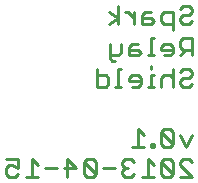
<source format=gbo>
G75*
G70*
%OFA0B0*%
%FSLAX24Y24*%
%IPPOS*%
%LPD*%
%AMOC8*
5,1,8,0,0,1.08239X$1,22.5*
%
%ADD10C,0.0110*%
D10*
X024350Y002413D02*
X024449Y002315D01*
X024646Y002315D01*
X024744Y002413D01*
X024744Y002610D02*
X024547Y002709D01*
X024449Y002709D01*
X024350Y002610D01*
X024350Y002413D01*
X024744Y002610D02*
X024744Y002906D01*
X024350Y002906D01*
X024995Y002315D02*
X025389Y002315D01*
X025192Y002315D02*
X025192Y002906D01*
X025389Y002709D01*
X025639Y002610D02*
X026033Y002610D01*
X026284Y002610D02*
X026678Y002610D01*
X026382Y002906D01*
X026382Y002315D01*
X026929Y002413D02*
X026929Y002807D01*
X027322Y002413D01*
X027224Y002315D01*
X027027Y002315D01*
X026929Y002413D01*
X027322Y002413D02*
X027322Y002807D01*
X027224Y002906D01*
X027027Y002906D01*
X026929Y002807D01*
X027573Y002610D02*
X027967Y002610D01*
X028218Y002512D02*
X028218Y002413D01*
X028316Y002315D01*
X028513Y002315D01*
X028611Y002413D01*
X028862Y002315D02*
X029256Y002315D01*
X029059Y002315D02*
X029059Y002906D01*
X029256Y002709D01*
X029507Y002807D02*
X029507Y002413D01*
X029605Y002315D01*
X029802Y002315D01*
X029900Y002413D01*
X029507Y002807D01*
X029605Y002906D01*
X029802Y002906D01*
X029900Y002807D01*
X029900Y002413D01*
X030151Y002315D02*
X030545Y002315D01*
X030151Y002709D01*
X030151Y002807D01*
X030250Y002906D01*
X030447Y002906D01*
X030545Y002807D01*
X030348Y003315D02*
X030151Y003709D01*
X029900Y003807D02*
X029900Y003413D01*
X029507Y003807D01*
X029507Y003413D01*
X029605Y003315D01*
X029802Y003315D01*
X029900Y003413D01*
X029900Y003807D02*
X029802Y003906D01*
X029605Y003906D01*
X029507Y003807D01*
X029256Y003413D02*
X029157Y003413D01*
X029157Y003315D01*
X029256Y003315D01*
X029256Y003413D01*
X028934Y003315D02*
X028540Y003315D01*
X028737Y003315D02*
X028737Y003906D01*
X028934Y003709D01*
X028513Y002906D02*
X028316Y002906D01*
X028218Y002807D01*
X028218Y002709D01*
X028316Y002610D01*
X028218Y002512D01*
X028316Y002610D02*
X028415Y002610D01*
X028611Y002807D02*
X028513Y002906D01*
X030348Y003315D02*
X030545Y003709D01*
X030447Y005315D02*
X030250Y005315D01*
X030151Y005413D01*
X030151Y005512D01*
X030250Y005610D01*
X030447Y005610D01*
X030545Y005709D01*
X030545Y005807D01*
X030447Y005906D01*
X030250Y005906D01*
X030151Y005807D01*
X029900Y005906D02*
X029900Y005315D01*
X029900Y005610D02*
X029802Y005709D01*
X029605Y005709D01*
X029507Y005610D01*
X029507Y005315D01*
X029256Y005315D02*
X029059Y005315D01*
X029157Y005315D02*
X029157Y005709D01*
X029256Y005709D01*
X029157Y005906D02*
X029157Y006004D01*
X029157Y006365D02*
X029157Y006956D01*
X029256Y006956D01*
X029507Y006660D02*
X029507Y006562D01*
X029900Y006562D01*
X029900Y006660D02*
X029802Y006759D01*
X029605Y006759D01*
X029507Y006660D01*
X029605Y006365D02*
X029802Y006365D01*
X029900Y006463D01*
X029900Y006660D01*
X030151Y006660D02*
X030151Y006857D01*
X030250Y006956D01*
X030545Y006956D01*
X030545Y006365D01*
X030545Y006562D02*
X030250Y006562D01*
X030151Y006660D01*
X030348Y006562D02*
X030151Y006365D01*
X029900Y007218D02*
X029900Y007809D01*
X029605Y007809D01*
X029507Y007710D01*
X029507Y007513D01*
X029605Y007415D01*
X029900Y007415D01*
X030151Y007513D02*
X030250Y007415D01*
X030447Y007415D01*
X030545Y007513D01*
X030447Y007710D02*
X030250Y007710D01*
X030151Y007612D01*
X030151Y007513D01*
X030447Y007710D02*
X030545Y007809D01*
X030545Y007907D01*
X030447Y008006D01*
X030250Y008006D01*
X030151Y007907D01*
X029256Y007513D02*
X029157Y007612D01*
X028862Y007612D01*
X028862Y007710D02*
X028862Y007415D01*
X029157Y007415D01*
X029256Y007513D01*
X029157Y007809D02*
X028961Y007809D01*
X028862Y007710D01*
X028611Y007612D02*
X028415Y007809D01*
X028316Y007809D01*
X028611Y007809D02*
X028611Y007415D01*
X028074Y007415D02*
X028074Y008006D01*
X027779Y007809D02*
X028074Y007612D01*
X027779Y007415D01*
X027788Y006759D02*
X027788Y006267D01*
X027886Y006168D01*
X027985Y006168D01*
X028083Y006365D02*
X027788Y006365D01*
X028083Y006365D02*
X028182Y006463D01*
X028182Y006759D01*
X028433Y006660D02*
X028433Y006365D01*
X028728Y006365D01*
X028826Y006463D01*
X028728Y006562D01*
X028433Y006562D01*
X028433Y006660D02*
X028531Y006759D01*
X028728Y006759D01*
X029059Y006365D02*
X029256Y006365D01*
X028728Y005709D02*
X028531Y005709D01*
X028433Y005610D01*
X028433Y005512D01*
X028826Y005512D01*
X028826Y005610D02*
X028826Y005413D01*
X028728Y005315D01*
X028531Y005315D01*
X028182Y005315D02*
X027985Y005315D01*
X028083Y005315D02*
X028083Y005906D01*
X028182Y005906D01*
X027752Y005610D02*
X027654Y005709D01*
X027358Y005709D01*
X027358Y005906D02*
X027358Y005315D01*
X027654Y005315D01*
X027752Y005413D01*
X027752Y005610D01*
X028728Y005709D02*
X028826Y005610D01*
X030447Y005315D02*
X030545Y005413D01*
M02*

</source>
